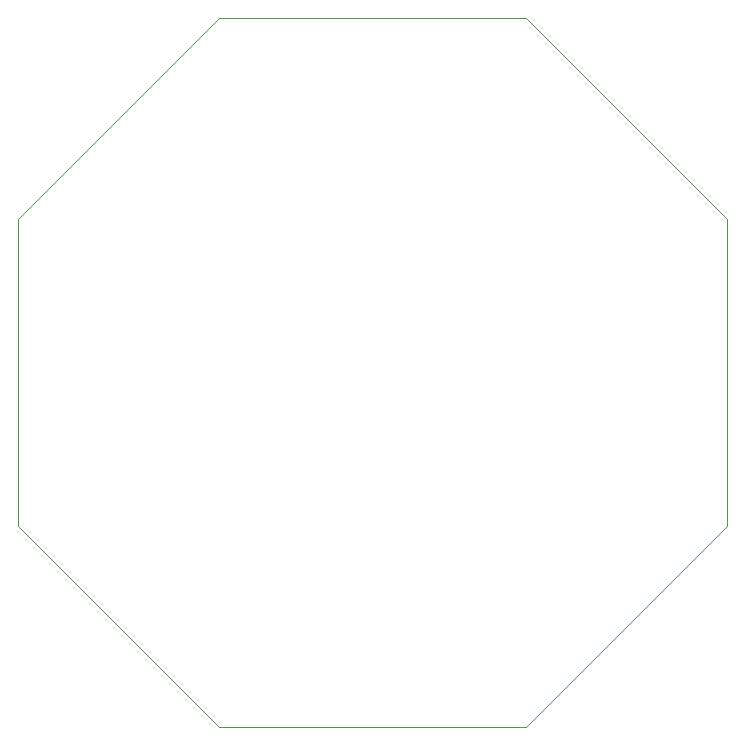
<source format=gbr>
%TF.GenerationSoftware,KiCad,Pcbnew,8.0.1*%
%TF.CreationDate,2024-04-19T02:29:26-07:00*%
%TF.ProjectId,ESP32C3_Upper,45535033-3243-4335-9f55-707065722e6b,rev?*%
%TF.SameCoordinates,Original*%
%TF.FileFunction,Profile,NP*%
%FSLAX46Y46*%
G04 Gerber Fmt 4.6, Leading zero omitted, Abs format (unit mm)*
G04 Created by KiCad (PCBNEW 8.0.1) date 2024-04-19 02:29:26*
%MOMM*%
%LPD*%
G01*
G04 APERTURE LIST*
%TA.AperFunction,Profile*%
%ADD10C,0.050000*%
%TD*%
G04 APERTURE END LIST*
D10*
X150000000Y-130000000D02*
X137000000Y-130000000D01*
X163000000Y-70000000D02*
X180000000Y-87000000D01*
X120000000Y-87000000D02*
X137000000Y-70000000D01*
X120000000Y-100000000D02*
X120000000Y-113000000D01*
X180000000Y-113000000D02*
X163000000Y-130000000D01*
X150000000Y-70000000D02*
X163000000Y-70000000D01*
X180000000Y-100000000D02*
X180000000Y-113000000D01*
X150000000Y-70000000D02*
X137000000Y-70000000D01*
X150000000Y-130000000D02*
X163000000Y-130000000D01*
X180000000Y-100000000D02*
X180000000Y-87000000D01*
X137000000Y-130000000D02*
X120000000Y-113000000D01*
X120000000Y-100000000D02*
X120000000Y-87000000D01*
M02*

</source>
